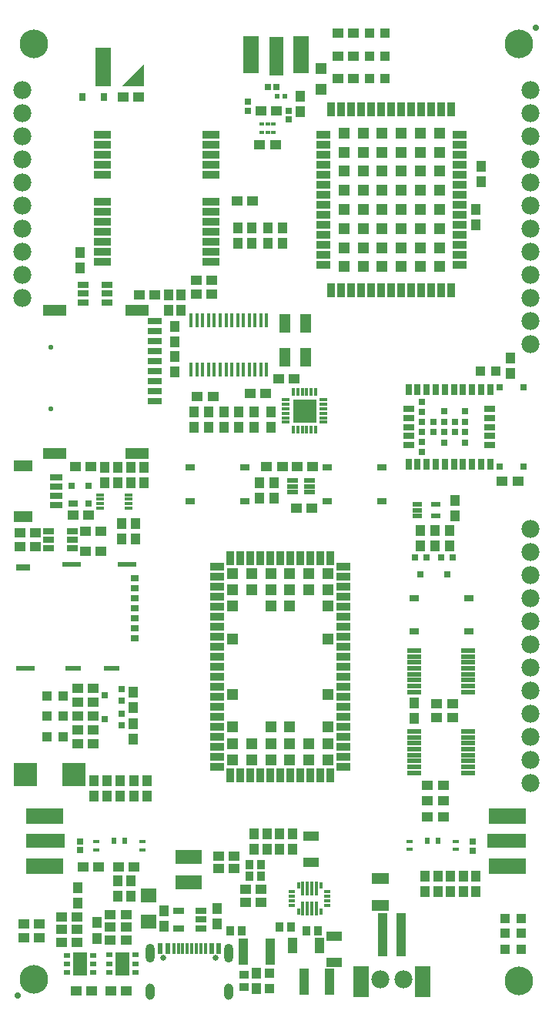
<source format=gts>
G04*
G04 #@! TF.GenerationSoftware,Altium Limited,Altium Designer,23.1.1 (15)*
G04*
G04 Layer_Color=8388736*
%FSLAX44Y44*%
%MOMM*%
G71*
G04*
G04 #@! TF.SameCoordinates,52DFFBC7-DF18-43FC-A01C-1C5016B87F82*
G04*
G04*
G04 #@! TF.FilePolarity,Negative*
G04*
G01*
G75*
%ADD29R,0.8500X0.3000*%
%ADD45R,1.7000X4.1999*%
%ADD46R,1.0000X1.0000*%
%ADD63R,0.6000X1.1500*%
%ADD64R,0.3000X1.1500*%
%ADD84R,1.2001X1.2001*%
%ADD85R,1.6001X0.9001*%
%ADD86R,0.9001X1.6001*%
%ADD87R,1.2500X0.7000*%
%ADD88R,1.3000X0.5000*%
%ADD89R,1.1000X0.5000*%
%ADD90R,0.8000X0.8000*%
%ADD91R,1.5750X0.5500*%
%ADD92R,0.7500X0.5500*%
%ADD93R,1.6000X2.5000*%
%ADD94R,0.7299X0.9301*%
%ADD95R,1.6001X4.3500*%
%ADD96R,1.7000X4.0500*%
%ADD97R,4.3500X1.6001*%
%ADD98R,4.0500X1.7000*%
%ADD99R,0.4000X0.9499*%
%ADD100R,0.9499X0.4000*%
%ADD101R,2.6499X2.6499*%
%ADD102R,1.1000X0.8000*%
%ADD103R,0.7000X0.8000*%
%ADD104R,0.5100X0.4300*%
%ADD105R,0.8000X0.8000*%
%ADD106R,1.2501X0.8000*%
%ADD107R,0.8000X1.2501*%
%ADD108R,1.9001X0.9001*%
%ADD109R,0.8000X0.3500*%
%ADD110R,0.3500X0.8000*%
%ADD111R,0.3500X1.5000*%
%ADD112R,2.5000X1.2000*%
%ADD113R,1.5000X0.7200*%
G04:AMPARAMS|DCode=114|XSize=1.1mm|YSize=1.1mm|CornerRadius=0.2mm|HoleSize=0mm|Usage=FLASHONLY|Rotation=270.000|XOffset=0mm|YOffset=0mm|HoleType=Round|Shape=RoundedRectangle|*
%AMROUNDEDRECTD114*
21,1,1.1000,0.7000,0,0,270.0*
21,1,0.7000,1.1000,0,0,270.0*
1,1,0.4000,-0.3500,-0.3500*
1,1,0.4000,-0.3500,0.3500*
1,1,0.4000,0.3500,0.3500*
1,1,0.4000,0.3500,-0.3500*
%
%ADD114ROUNDEDRECTD114*%
%ADD115R,0.9001X1.6001*%
%ADD116R,0.8500X0.7000*%
%ADD117R,1.7000X0.6000*%
%ADD118R,2.1000X0.6000*%
%ADD119R,1.6000X0.8000*%
%ADD120R,2.0500X0.6000*%
%ADD121R,1.7000X3.5000*%
%ADD122R,1.1000X4.6999*%
%ADD123R,2.1000X1.2999*%
%ADD124R,1.4500X0.7000*%
%ADD125R,1.0000X0.8500*%
%ADD126R,0.5900X0.6200*%
%ADD127R,1.9200X1.2600*%
G04:AMPARAMS|DCode=128|XSize=0.735mm|YSize=0.735mm|CornerRadius=0.3675mm|HoleSize=0mm|Usage=FLASHONLY|Rotation=0.000|XOffset=0mm|YOffset=0mm|HoleType=Round|Shape=RoundedRectangle|*
%AMROUNDEDRECTD128*
21,1,0.7350,0.0000,0,0,0.0*
21,1,0.0000,0.7350,0,0,0.0*
1,1,0.7350,0.0000,0.0000*
1,1,0.7350,0.0000,0.0000*
1,1,0.7350,0.0000,0.0000*
1,1,0.7350,0.0000,0.0000*
%
%ADD128ROUNDEDRECTD128*%
%ADD129R,0.4500X1.6001*%
%ADD130R,1.2500X1.2500*%
%ADD131R,1.7000X1.5001*%
%ADD132R,1.0500X2.9000*%
%ADD133R,1.2001X1.9999*%
%ADD134R,2.6603X2.6001*%
%ADD135R,2.9000X1.5000*%
%ADD136R,1.8000X1.0500*%
%ADD137R,0.8500X1.0000*%
%ADD138R,1.1000X2.9001*%
%ADD139R,1.2001X1.1000*%
%ADD140R,1.1000X1.2001*%
%ADD141R,0.7000X0.7000*%
%ADD142R,0.5500X0.7000*%
%ADD143R,0.7604X0.4556*%
G04:AMPARAMS|DCode=144|XSize=1.1mm|YSize=1.1mm|CornerRadius=0.2mm|HoleSize=0mm|Usage=FLASHONLY|Rotation=180.000|XOffset=0mm|YOffset=0mm|HoleType=Round|Shape=RoundedRectangle|*
%AMROUNDEDRECTD144*
21,1,1.1000,0.7000,0,0,180.0*
21,1,0.7000,1.1000,0,0,180.0*
1,1,0.4000,-0.3500,0.3500*
1,1,0.4000,0.3500,0.3500*
1,1,0.4000,0.3500,-0.3500*
1,1,0.4000,-0.3500,-0.3500*
%
%ADD144ROUNDEDRECTD144*%
%ADD145R,0.7000X0.7000*%
%ADD146R,0.7000X0.7000*%
%ADD147R,1.0500X1.8000*%
%ADD148C,0.5750*%
%ADD149C,0.6500*%
G04:AMPARAMS|DCode=150|XSize=1mm|YSize=2.1mm|CornerRadius=0.5mm|HoleSize=0mm|Usage=FLASHONLY|Rotation=0.000|XOffset=0mm|YOffset=0mm|HoleType=Round|Shape=RoundedRectangle|*
%AMROUNDEDRECTD150*
21,1,1.0000,1.1000,0,0,0.0*
21,1,0.0000,2.1000,0,0,0.0*
1,1,1.0000,0.0000,-0.5500*
1,1,1.0000,0.0000,-0.5500*
1,1,1.0000,0.0000,0.5500*
1,1,1.0000,0.0000,0.5500*
%
%ADD150ROUNDEDRECTD150*%
G04:AMPARAMS|DCode=151|XSize=1mm|YSize=1.8mm|CornerRadius=0.5mm|HoleSize=0mm|Usage=FLASHONLY|Rotation=0.000|XOffset=0mm|YOffset=0mm|HoleType=Round|Shape=RoundedRectangle|*
%AMROUNDEDRECTD151*
21,1,1.0000,0.8000,0,0,0.0*
21,1,0.0000,1.8000,0,0,0.0*
1,1,1.0000,0.0000,-0.4000*
1,1,1.0000,0.0000,-0.4000*
1,1,1.0000,0.0000,0.4000*
1,1,1.0000,0.0000,0.4000*
%
%ADD151ROUNDEDRECTD151*%
%ADD152C,1.9796*%
%ADD153C,3.1480*%
G36*
X93015Y1050051D02*
X110015D01*
Y1008050D01*
X93015D01*
Y1050051D01*
D02*
G37*
G36*
X146814Y1032251D02*
Y1008251D01*
X122814D01*
X146814Y1032251D01*
D02*
G37*
D29*
X130050Y543680D02*
D03*
Y548680D02*
D03*
Y553680D02*
D03*
Y558680D02*
D03*
X98550D02*
D03*
Y553680D02*
D03*
Y548680D02*
D03*
Y543680D02*
D03*
D45*
X101516Y1029051D02*
D03*
D46*
X140335Y1014829D02*
D03*
D63*
X228850Y60030D02*
D03*
X164850D02*
D03*
X220850D02*
D03*
X172850D02*
D03*
D64*
X214350D02*
D03*
X209350D02*
D03*
X204350D02*
D03*
X199350D02*
D03*
X194350D02*
D03*
X189350D02*
D03*
X184350D02*
D03*
X179350D02*
D03*
D84*
X366669Y956404D02*
D03*
Y935406D02*
D03*
Y914405D02*
D03*
Y893404D02*
D03*
Y872406D02*
D03*
Y851405D02*
D03*
Y830405D02*
D03*
Y809404D02*
D03*
X387670D02*
D03*
Y830405D02*
D03*
Y851405D02*
D03*
Y872406D02*
D03*
Y893404D02*
D03*
Y914405D02*
D03*
Y935406D02*
D03*
Y956404D02*
D03*
X408671D02*
D03*
Y935406D02*
D03*
Y914405D02*
D03*
Y893404D02*
D03*
Y872406D02*
D03*
Y851405D02*
D03*
Y830405D02*
D03*
Y809404D02*
D03*
X429669D02*
D03*
Y830405D02*
D03*
Y851405D02*
D03*
Y872406D02*
D03*
Y893404D02*
D03*
Y914405D02*
D03*
Y935406D02*
D03*
Y956404D02*
D03*
X450670D02*
D03*
Y935406D02*
D03*
Y914405D02*
D03*
Y893404D02*
D03*
Y872406D02*
D03*
Y851405D02*
D03*
Y830405D02*
D03*
Y809404D02*
D03*
X471670D02*
D03*
Y830405D02*
D03*
Y851405D02*
D03*
Y872406D02*
D03*
Y893404D02*
D03*
Y914405D02*
D03*
Y935406D02*
D03*
Y956404D02*
D03*
X286045Y436070D02*
D03*
X307045D02*
D03*
X286045Y303070D02*
D03*
X307045D02*
D03*
X244046Y472069D02*
D03*
X265044D02*
D03*
X286045D02*
D03*
X307045D02*
D03*
X328046D02*
D03*
X349044D02*
D03*
X244046Y454071D02*
D03*
X265044D02*
D03*
X286045D02*
D03*
X307045D02*
D03*
X328046D02*
D03*
X349044D02*
D03*
X244046Y436070D02*
D03*
X349044D02*
D03*
X244046Y400070D02*
D03*
X349044D02*
D03*
X244046Y339070D02*
D03*
X349044D02*
D03*
X244046Y303070D02*
D03*
X349044D02*
D03*
X244046Y285069D02*
D03*
X265044D02*
D03*
X286045D02*
D03*
X307045D02*
D03*
X328046D02*
D03*
X349044D02*
D03*
X244046Y267071D02*
D03*
X265044D02*
D03*
X286045D02*
D03*
X307045D02*
D03*
X328046D02*
D03*
X349044D02*
D03*
D85*
X344170Y954405D02*
D03*
Y943404D02*
D03*
Y932406D02*
D03*
Y921405D02*
D03*
Y910405D02*
D03*
Y899404D02*
D03*
Y888406D02*
D03*
Y877405D02*
D03*
Y866404D02*
D03*
Y855406D02*
D03*
Y844405D02*
D03*
Y833404D02*
D03*
Y822404D02*
D03*
Y811405D02*
D03*
X493669D02*
D03*
Y822404D02*
D03*
Y833404D02*
D03*
Y844405D02*
D03*
Y855406D02*
D03*
Y866404D02*
D03*
Y877405D02*
D03*
Y888406D02*
D03*
Y899404D02*
D03*
Y910405D02*
D03*
Y921405D02*
D03*
Y932406D02*
D03*
Y943404D02*
D03*
Y954405D02*
D03*
X227045Y259570D02*
D03*
Y270571D02*
D03*
Y281569D02*
D03*
Y292570D02*
D03*
Y303571D02*
D03*
Y314569D02*
D03*
Y325570D02*
D03*
Y336570D02*
D03*
Y347571D02*
D03*
Y358569D02*
D03*
Y369570D02*
D03*
Y380571D02*
D03*
Y391569D02*
D03*
Y402570D02*
D03*
Y413570D02*
D03*
Y424571D02*
D03*
Y435569D02*
D03*
Y446570D02*
D03*
Y457571D02*
D03*
Y468569D02*
D03*
Y479570D02*
D03*
X366045D02*
D03*
Y468569D02*
D03*
Y457571D02*
D03*
Y446570D02*
D03*
Y435569D02*
D03*
Y424571D02*
D03*
Y413570D02*
D03*
Y402570D02*
D03*
Y391569D02*
D03*
Y380571D02*
D03*
Y369570D02*
D03*
Y358569D02*
D03*
Y347571D02*
D03*
Y336570D02*
D03*
Y325570D02*
D03*
Y314569D02*
D03*
Y303571D02*
D03*
Y292570D02*
D03*
Y281569D02*
D03*
Y270571D02*
D03*
Y259570D02*
D03*
D86*
X352669Y783405D02*
D03*
X363670D02*
D03*
X374670D02*
D03*
X385671D02*
D03*
X396669D02*
D03*
X407670D02*
D03*
X418671D02*
D03*
X429669D02*
D03*
X440670D02*
D03*
X451670D02*
D03*
X462671D02*
D03*
X473669D02*
D03*
X484670D02*
D03*
Y982406D02*
D03*
X473669D02*
D03*
X462671D02*
D03*
X451670D02*
D03*
X440670D02*
D03*
X429669D02*
D03*
X418671D02*
D03*
X407670D02*
D03*
X396669D02*
D03*
X385671D02*
D03*
X374670D02*
D03*
X363670D02*
D03*
X352669D02*
D03*
D87*
X105710Y789280D02*
D03*
Y779780D02*
D03*
Y770280D02*
D03*
X79710D02*
D03*
Y779780D02*
D03*
Y789280D02*
D03*
X209350Y81940D02*
D03*
Y91440D02*
D03*
Y100940D02*
D03*
X184350D02*
D03*
Y81940D02*
D03*
X41776Y518836D02*
D03*
Y509336D02*
D03*
Y499836D02*
D03*
X67776D02*
D03*
Y509336D02*
D03*
Y518836D02*
D03*
D88*
X329096Y574517D02*
D03*
Y568017D02*
D03*
Y561517D02*
D03*
X310096D02*
D03*
Y568017D02*
D03*
Y574517D02*
D03*
D89*
X447294Y548294D02*
D03*
Y541794D02*
D03*
Y535294D02*
D03*
X467294D02*
D03*
Y548294D02*
D03*
D90*
X103779Y311785D02*
D03*
X122281Y318285D02*
D03*
Y305285D02*
D03*
Y331955D02*
D03*
Y344955D02*
D03*
X103779Y338455D02*
D03*
D91*
X502836Y298340D02*
D03*
Y291840D02*
D03*
Y285340D02*
D03*
Y278840D02*
D03*
Y272340D02*
D03*
Y265840D02*
D03*
Y259340D02*
D03*
Y252840D02*
D03*
X444076D02*
D03*
Y259340D02*
D03*
Y265840D02*
D03*
Y272340D02*
D03*
Y278840D02*
D03*
Y285340D02*
D03*
Y291840D02*
D03*
Y298340D02*
D03*
Y387240D02*
D03*
Y380740D02*
D03*
Y374240D02*
D03*
Y367740D02*
D03*
Y361240D02*
D03*
Y354740D02*
D03*
Y348240D02*
D03*
Y341740D02*
D03*
X502836D02*
D03*
Y348240D02*
D03*
Y354740D02*
D03*
Y361240D02*
D03*
Y367740D02*
D03*
Y374240D02*
D03*
Y380740D02*
D03*
Y387240D02*
D03*
D92*
X137632Y33472D02*
D03*
Y42972D02*
D03*
Y52472D02*
D03*
X108632D02*
D03*
Y42972D02*
D03*
Y33472D02*
D03*
X61642Y33218D02*
D03*
Y42718D02*
D03*
Y52218D02*
D03*
X90642D02*
D03*
Y42718D02*
D03*
Y33218D02*
D03*
D93*
X123132Y42972D02*
D03*
X76142Y42718D02*
D03*
D94*
X79304Y995680D02*
D03*
X102306D02*
D03*
D95*
X292100Y1040890D02*
D03*
D96*
X319800Y1042390D02*
D03*
X264400D02*
D03*
D97*
X545040Y177800D02*
D03*
X38560D02*
D03*
D98*
X546540Y205500D02*
D03*
Y150100D02*
D03*
X37060Y205500D02*
D03*
Y150100D02*
D03*
D99*
X335714Y671375D02*
D03*
X330716D02*
D03*
X325714D02*
D03*
X320716D02*
D03*
X315714D02*
D03*
X310716D02*
D03*
Y630375D02*
D03*
X315714D02*
D03*
X320716D02*
D03*
X325714D02*
D03*
X330716D02*
D03*
X335714D02*
D03*
D100*
X302715Y663374D02*
D03*
Y658376D02*
D03*
Y653374D02*
D03*
Y648376D02*
D03*
Y643374D02*
D03*
Y638376D02*
D03*
X343715D02*
D03*
Y643374D02*
D03*
Y648376D02*
D03*
Y653374D02*
D03*
Y658376D02*
D03*
Y663374D02*
D03*
D101*
X323215Y650875D02*
D03*
D102*
X443710Y445220D02*
D03*
X503710D02*
D03*
X443710Y408220D02*
D03*
X503710D02*
D03*
X68700Y548800D02*
D03*
X257330Y551730D02*
D03*
X197330D02*
D03*
X257330Y588730D02*
D03*
X197330D02*
D03*
X408460Y551730D02*
D03*
X348460D02*
D03*
X408460Y588730D02*
D03*
X348460D02*
D03*
D103*
X66700Y568800D02*
D03*
X85700D02*
D03*
Y548800D02*
D03*
D104*
X289075Y966718D02*
D03*
X282575D02*
D03*
X276075D02*
D03*
Y956818D02*
D03*
X282575D02*
D03*
X289075D02*
D03*
D105*
X537545Y676595D02*
D03*
X564045D02*
D03*
X537545Y589595D02*
D03*
X564045D02*
D03*
X465346Y639095D02*
D03*
Y627596D02*
D03*
X476844Y650596D02*
D03*
Y639095D02*
D03*
Y627596D02*
D03*
Y616095D02*
D03*
X488345Y639095D02*
D03*
Y627596D02*
D03*
X499844Y650596D02*
D03*
Y639095D02*
D03*
Y627596D02*
D03*
Y616095D02*
D03*
X452044Y660596D02*
D03*
Y649595D02*
D03*
Y638594D02*
D03*
Y627596D02*
D03*
Y616595D02*
D03*
Y605594D02*
D03*
X486560Y489946D02*
D03*
X473560D02*
D03*
X480060Y471444D02*
D03*
X450850D02*
D03*
X444350Y489946D02*
D03*
X457350D02*
D03*
D106*
X438295Y613095D02*
D03*
Y623095D02*
D03*
Y633095D02*
D03*
Y643095D02*
D03*
Y653095D02*
D03*
X526796D02*
D03*
Y643095D02*
D03*
Y633095D02*
D03*
Y623095D02*
D03*
Y613095D02*
D03*
D107*
X437546Y674345D02*
D03*
X447546D02*
D03*
X457545D02*
D03*
X467545D02*
D03*
X477545D02*
D03*
X487545D02*
D03*
X497545D02*
D03*
X507545D02*
D03*
X517545D02*
D03*
X527545D02*
D03*
Y591845D02*
D03*
X517545D02*
D03*
X507545D02*
D03*
X497545D02*
D03*
X487545D02*
D03*
X477545D02*
D03*
X467545D02*
D03*
X457545D02*
D03*
X447546D02*
D03*
X437546D02*
D03*
D108*
X220655Y814555D02*
D03*
Y825556D02*
D03*
Y836554D02*
D03*
Y847555D02*
D03*
Y858556D02*
D03*
Y869554D02*
D03*
Y880555D02*
D03*
Y910554D02*
D03*
Y921555D02*
D03*
Y932556D02*
D03*
Y943554D02*
D03*
Y954555D02*
D03*
X100655D02*
D03*
Y943554D02*
D03*
Y932556D02*
D03*
Y921555D02*
D03*
Y910554D02*
D03*
Y880555D02*
D03*
Y869554D02*
D03*
Y858556D02*
D03*
Y847555D02*
D03*
Y836554D02*
D03*
Y825556D02*
D03*
Y814555D02*
D03*
D109*
X309430Y107300D02*
D03*
Y112300D02*
D03*
Y117300D02*
D03*
Y122300D02*
D03*
X348430D02*
D03*
Y117300D02*
D03*
Y112300D02*
D03*
Y107300D02*
D03*
D110*
X316430Y129300D02*
D03*
X341430D02*
D03*
Y100300D02*
D03*
X316430D02*
D03*
D111*
X321430Y125800D02*
D03*
X326430D02*
D03*
X331430D02*
D03*
X336430D02*
D03*
Y103800D02*
D03*
X331430D02*
D03*
X326430D02*
D03*
X321430D02*
D03*
D112*
X138750Y603731D02*
D03*
X48750Y761613D02*
D03*
X138750D02*
D03*
X48750Y603731D02*
D03*
D113*
X158750Y749421D02*
D03*
Y738421D02*
D03*
Y727421D02*
D03*
Y716421D02*
D03*
Y705421D02*
D03*
Y694421D02*
D03*
Y683421D02*
D03*
Y672421D02*
D03*
Y661421D02*
D03*
D114*
X561221Y92710D02*
D03*
X543679D02*
D03*
Y76700D02*
D03*
X561221D02*
D03*
X543679Y58920D02*
D03*
X561221D02*
D03*
X57666Y337185D02*
D03*
X40124D02*
D03*
X411996Y1016000D02*
D03*
X394454D02*
D03*
X533916Y694690D02*
D03*
X516374D02*
D03*
X394454Y1066165D02*
D03*
X411996D02*
D03*
Y1040765D02*
D03*
X394454D02*
D03*
X40124Y292100D02*
D03*
X57666D02*
D03*
Y314960D02*
D03*
X40124D02*
D03*
D115*
X351546Y250071D02*
D03*
X340545D02*
D03*
X329545D02*
D03*
X318544D02*
D03*
X307546D02*
D03*
X296545D02*
D03*
X285544D02*
D03*
X274546D02*
D03*
X263545D02*
D03*
X252545D02*
D03*
X241544D02*
D03*
Y489069D02*
D03*
X252545D02*
D03*
X263545D02*
D03*
X274546D02*
D03*
X285544D02*
D03*
X296545D02*
D03*
X307546D02*
D03*
X318544D02*
D03*
X329545D02*
D03*
X340545D02*
D03*
X351546D02*
D03*
D116*
X136370Y422942D02*
D03*
Y455942D02*
D03*
Y433942D02*
D03*
Y411942D02*
D03*
Y466942D02*
D03*
Y444942D02*
D03*
Y400942D02*
D03*
D117*
X111120Y367942D02*
D03*
X69120D02*
D03*
D118*
X16120D02*
D03*
X67120Y481942D02*
D03*
D119*
X13620Y478442D02*
D03*
D120*
X128370Y481942D02*
D03*
D121*
X385100Y23099D02*
D03*
X453100D02*
D03*
D122*
X409100Y75100D02*
D03*
X429100D02*
D03*
D123*
X13541Y590611D02*
D03*
Y534609D02*
D03*
D124*
X50292Y547609D02*
D03*
Y557609D02*
D03*
Y567611D02*
D03*
Y577611D02*
D03*
D125*
X256540Y30630D02*
D03*
Y17630D02*
D03*
D126*
X293130Y996950D02*
D03*
X301230D02*
D03*
D127*
X406400Y136670D02*
D03*
Y107170D02*
D03*
D128*
X577215Y1072515D02*
D03*
X7620Y7620D02*
D03*
D129*
X281630Y696265D02*
D03*
X275229D02*
D03*
X268831D02*
D03*
X262430D02*
D03*
X256029D02*
D03*
X249631D02*
D03*
X243030D02*
D03*
X236830D02*
D03*
X230429D02*
D03*
X224030D02*
D03*
X217630D02*
D03*
X211229D02*
D03*
X204831D02*
D03*
X198430D02*
D03*
Y750265D02*
D03*
X204831D02*
D03*
X211229D02*
D03*
X217630D02*
D03*
X224030D02*
D03*
X230429D02*
D03*
X236830D02*
D03*
X243230D02*
D03*
X249631D02*
D03*
X256029D02*
D03*
X262430D02*
D03*
X268831D02*
D03*
X275229D02*
D03*
X281630D02*
D03*
D130*
X341630Y1027750D02*
D03*
Y1004250D02*
D03*
D131*
X151638Y117633D02*
D03*
Y89632D02*
D03*
D132*
X350300Y23360D02*
D03*
X322800D02*
D03*
D133*
X324556Y709846D02*
D03*
Y746844D02*
D03*
X301554D02*
D03*
Y709846D02*
D03*
D134*
X16459Y250825D02*
D03*
X69901D02*
D03*
D135*
X196088Y132050D02*
D03*
Y160050D02*
D03*
D136*
X330200Y154410D02*
D03*
Y183410D02*
D03*
X355600Y73420D02*
D03*
Y44420D02*
D03*
D137*
X275740Y151630D02*
D03*
X262740D02*
D03*
X295760Y83050D02*
D03*
X308760D02*
D03*
X324970Y79240D02*
D03*
X337970D02*
D03*
X275740Y138930D02*
D03*
X262740D02*
D03*
X254150Y78740D02*
D03*
X241150D02*
D03*
D138*
X285511Y55880D02*
D03*
X255509D02*
D03*
D139*
X118501Y149098D02*
D03*
X135499D02*
D03*
X266309Y881380D02*
D03*
X249311D02*
D03*
X127117Y12700D02*
D03*
X110119D02*
D03*
X72273D02*
D03*
X89271D02*
D03*
X245989Y161290D02*
D03*
X228991D02*
D03*
X245989Y147320D02*
D03*
X228991D02*
D03*
X109812Y97075D02*
D03*
X126810D02*
D03*
Y83105D02*
D03*
X109812D02*
D03*
Y69135D02*
D03*
X126810D02*
D03*
X71257Y589788D02*
D03*
X88255D02*
D03*
X85969Y535940D02*
D03*
X68971D02*
D03*
X99431Y496570D02*
D03*
X82433D02*
D03*
X82179Y518160D02*
D03*
X99177D02*
D03*
X9994Y516890D02*
D03*
X26991D02*
D03*
Y501650D02*
D03*
X9994D02*
D03*
X468767Y313690D02*
D03*
X485765D02*
D03*
X74051Y330200D02*
D03*
X91049D02*
D03*
X468767Y328930D02*
D03*
X485765D02*
D03*
X475605Y238760D02*
D03*
X458607D02*
D03*
X74051Y299720D02*
D03*
X91049D02*
D03*
X274076Y943229D02*
D03*
X291074D02*
D03*
X123581Y995680D02*
D03*
X140579D02*
D03*
X221224Y779145D02*
D03*
X204226D02*
D03*
X221224Y794385D02*
D03*
X204226D02*
D03*
X74051Y345440D02*
D03*
X91049D02*
D03*
Y314960D02*
D03*
X74051D02*
D03*
X280279Y669925D02*
D03*
X263281D02*
D03*
X295031Y685800D02*
D03*
X312029D02*
D03*
X298694Y589915D02*
D03*
X281696D02*
D03*
X331079Y543560D02*
D03*
X314081D02*
D03*
X222494Y666750D02*
D03*
X205496D02*
D03*
X292344Y981075D02*
D03*
X275346D02*
D03*
X73269Y66548D02*
D03*
X56271D02*
D03*
Y94488D02*
D03*
X73269D02*
D03*
Y80518D02*
D03*
X56271D02*
D03*
X540776Y573405D02*
D03*
X557774D02*
D03*
X359801Y1066165D02*
D03*
X376799D02*
D03*
Y1040765D02*
D03*
X359801D02*
D03*
Y1016000D02*
D03*
X376799D02*
D03*
X141361Y778510D02*
D03*
X158359D02*
D03*
X332349Y589915D02*
D03*
X315351D02*
D03*
X91049Y284480D02*
D03*
X74051D02*
D03*
X458607Y222250D02*
D03*
X475605D02*
D03*
X458607Y204470D02*
D03*
X475605D02*
D03*
X275199Y110490D02*
D03*
X258201D02*
D03*
Y124960D02*
D03*
X275199D02*
D03*
X31359Y71374D02*
D03*
X14361D02*
D03*
Y86360D02*
D03*
X31359D02*
D03*
X96383Y149098D02*
D03*
X79385D02*
D03*
D140*
X120650Y227086D02*
D03*
Y244084D02*
D03*
X168910Y84211D02*
D03*
Y101209D02*
D03*
X227076Y103495D02*
D03*
Y86497D02*
D03*
X180340Y693811D02*
D03*
Y710809D02*
D03*
X455930Y139309D02*
D03*
Y122311D02*
D03*
X469900D02*
D03*
Y139309D02*
D03*
X273685Y571744D02*
D03*
Y554746D02*
D03*
X289560D02*
D03*
Y571744D02*
D03*
X121920Y510296D02*
D03*
Y527294D02*
D03*
X106045Y244084D02*
D03*
Y227086D02*
D03*
X91440D02*
D03*
Y244084D02*
D03*
X132334Y589143D02*
D03*
Y572145D02*
D03*
X444246Y312811D02*
D03*
Y329809D02*
D03*
X482600Y519674D02*
D03*
Y502676D02*
D03*
X450850D02*
D03*
Y519674D02*
D03*
X134620Y341874D02*
D03*
Y324876D02*
D03*
X466725Y519674D02*
D03*
Y502676D02*
D03*
X146812Y589143D02*
D03*
Y572145D02*
D03*
X134620Y289951D02*
D03*
Y306949D02*
D03*
X135255Y244084D02*
D03*
Y227086D02*
D03*
X249555Y834781D02*
D03*
Y851779D02*
D03*
X265430D02*
D03*
Y834781D02*
D03*
X511810Y855101D02*
D03*
Y872099D02*
D03*
X318262Y997067D02*
D03*
Y980069D02*
D03*
X76200Y808111D02*
D03*
Y825109D02*
D03*
X283210Y834781D02*
D03*
Y851779D02*
D03*
X299085D02*
D03*
Y834781D02*
D03*
X173355Y778754D02*
D03*
Y761756D02*
D03*
X187452Y778627D02*
D03*
Y761629D02*
D03*
X234315Y632851D02*
D03*
Y649849D02*
D03*
X217805D02*
D03*
Y632851D02*
D03*
X201295Y649849D02*
D03*
Y632851D02*
D03*
X286385D02*
D03*
Y649849D02*
D03*
X250825Y632851D02*
D03*
Y649849D02*
D03*
X267335Y632851D02*
D03*
Y649849D02*
D03*
X180340Y726831D02*
D03*
Y743829D02*
D03*
X549910Y708904D02*
D03*
Y691906D02*
D03*
X149860Y227086D02*
D03*
Y244084D02*
D03*
X270510Y15631D02*
D03*
Y32629D02*
D03*
X488950Y535061D02*
D03*
Y552059D02*
D03*
X137160Y527294D02*
D03*
Y510296D02*
D03*
X103378Y572145D02*
D03*
Y589143D02*
D03*
X117856Y572145D02*
D03*
Y589143D02*
D03*
X511810Y139309D02*
D03*
Y122311D02*
D03*
X483870Y139309D02*
D03*
Y122311D02*
D03*
X295910Y168531D02*
D03*
Y185529D02*
D03*
X281940D02*
D03*
Y168531D02*
D03*
X267970Y185529D02*
D03*
Y168531D02*
D03*
X309880Y185529D02*
D03*
Y168531D02*
D03*
X497840Y139309D02*
D03*
Y122311D02*
D03*
X517354Y902829D02*
D03*
Y919826D02*
D03*
X73660Y126355D02*
D03*
Y109357D02*
D03*
X94742Y88001D02*
D03*
Y71003D02*
D03*
X132588Y134229D02*
D03*
Y117231D02*
D03*
X118110D02*
D03*
Y134229D02*
D03*
D141*
X305562Y971121D02*
D03*
Y981123D02*
D03*
X76200Y167719D02*
D03*
X508000Y167084D02*
D03*
Y177086D02*
D03*
X261366Y991029D02*
D03*
Y981027D02*
D03*
D142*
X470350Y177800D02*
D03*
X458350D02*
D03*
X113630D02*
D03*
X125630D02*
D03*
D143*
X439000Y168656D02*
D03*
Y177292D02*
D03*
X94500Y168402D02*
D03*
Y177038D02*
D03*
X489700Y168656D02*
D03*
Y177292D02*
D03*
X144990Y168402D02*
D03*
Y177038D02*
D03*
D144*
X284480Y32901D02*
D03*
Y15359D02*
D03*
D145*
X282654Y1007110D02*
D03*
X292656D02*
D03*
D146*
X76200Y177721D02*
D03*
D147*
X310366Y62738D02*
D03*
X339366D02*
D03*
D148*
X44550Y653221D02*
D03*
X44550Y721221D02*
D03*
D149*
X225750Y49280D02*
D03*
X167950D02*
D03*
D150*
X240050Y54280D02*
D03*
X153650D02*
D03*
D151*
X240050Y12480D02*
D03*
X153650D02*
D03*
D152*
X571500Y723900D02*
D03*
Y749300D02*
D03*
Y774700D02*
D03*
Y800100D02*
D03*
Y825500D02*
D03*
Y850900D02*
D03*
Y876300D02*
D03*
Y901700D02*
D03*
Y927100D02*
D03*
Y952500D02*
D03*
Y977900D02*
D03*
Y1003300D02*
D03*
X12700Y774700D02*
D03*
Y800100D02*
D03*
Y825500D02*
D03*
Y850900D02*
D03*
Y876300D02*
D03*
Y901700D02*
D03*
Y927100D02*
D03*
Y952500D02*
D03*
Y977900D02*
D03*
Y1003300D02*
D03*
X431800Y25400D02*
D03*
X406400D02*
D03*
X571500Y520700D02*
D03*
Y495300D02*
D03*
Y469900D02*
D03*
Y444500D02*
D03*
Y419100D02*
D03*
Y393700D02*
D03*
Y368300D02*
D03*
Y342900D02*
D03*
Y317500D02*
D03*
Y292100D02*
D03*
Y266700D02*
D03*
Y241300D02*
D03*
D153*
X558800Y1054100D02*
D03*
X25400Y25400D02*
D03*
X558800Y24130D02*
D03*
X25400Y1054100D02*
D03*
M02*

</source>
